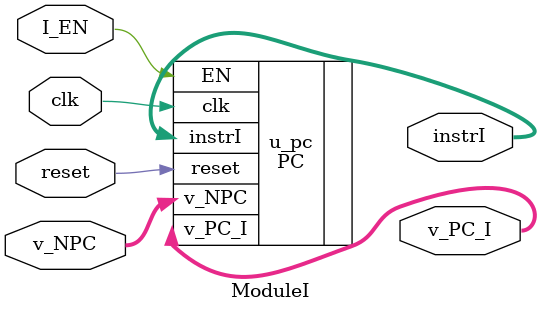
<source format=v>
`timescale 1ns / 1ps
`include "PC.v"
module ModuleI(
    input clk, reset, I_EN,
    input [31:0] v_NPC,

    output [31:0] v_PC_I, instrI
    );

    // PC <= NPC(D-Stage)

    PC u_pc(
        .clk(clk),
        .reset(reset),
        .EN(I_EN),

        .v_NPC(v_NPC),
        .v_PC_I(v_PC_I),
        .instrI(instrI)
    );


endmodule

</source>
